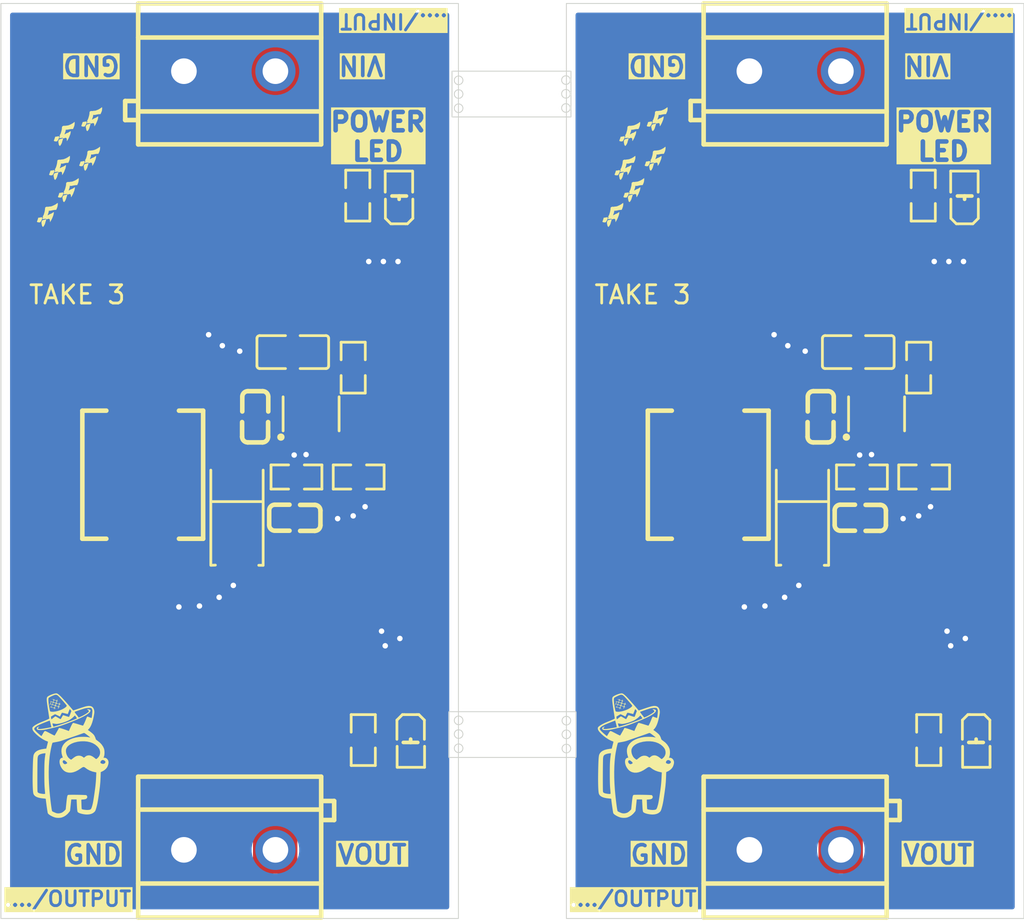
<source format=kicad_pcb>
(kicad_pcb (version 20241229) (generator "pcbnew") (generator_version "9.0")
  (layers (0 "F.Cu" signal) (2 "B.Cu" signal) (13 "F.Paste" user) (15 "B.Paste" user) (5 "F.SilkS" user "F.Silkscreen") (7 "B.SilkS" user "B.Silkscreen") (1 "F.Mask" user) (3 "B.Mask" user) (25 "Edge.Cuts" user))
  (net 0 "")
  (net 1 "/VIN")
  (net 2 "/GND")
  (net 3 "/VOUT")
  (net 4 "Net-(U1-BST)")
  (net 5 "Net-(D1-K)")
  (net 6 "Net-(LED1-A)")
  (net 7 "Net-(LED2-A)")
  (net 8 "Net-(U1-FB)")
  (net 9 "Net-(U1-EN)")
  (footprint "easyeda2kicad:C0603" (layer "F.Cu") (at 213.5 66.925 90)
    (property "Reference" "C3" (hide yes))
    (property "Value" "100nF/16V" (hide yes))
    (pad "1" smd rect (at -0.7 0 90) (size 0.8 0.9) (layers "F.Cu" "F.Mask" "F.Paste") (net 4 "Net-(U1-BST)"))
    (pad "2" smd rect (at 0.7 0 90) (size 0.8 0.9) (layers "F.Cu" "F.Mask" "F.Paste") (net 5 "Net-(D1-K)"))
  )
  (footprint "LOGO" (layer "F.Cu") (at 232.945334 83.847373)
    (property "Reference" "G***" (hide yes))
    (property "Value" "LOGO" (hide yes))
  )
  (footprint "easyeda2kicad:C0603" (layer "F.Cu") (at 244.4 66.925 90)
    (property "Reference" "C3" (hide yes))
    (property "Value" "100nF/16V" (hide yes))
    (pad "1" smd rect (at -0.7 0 90) (size 0.8 0.9) (layers "F.Cu" "F.Mask" "F.Paste") (net 4 "Net-(U1-BST)"))
    (pad "2" smd rect (at 0.7 0 90) (size 0.8 0.9) (layers "F.Cu" "F.Mask" "F.Paste") (net 5 "Net-(D1-K)"))
  )
  (footprint "LOGO" (layer "F.Cu") (at 202.045334 83.847373)
    (property "Reference" "G***" (hide yes))
    (property "Value" "LOGO" (hide yes))
  )
  (footprint "LOGO" (layer "F.Cu") (at 234.3 53.25 180)
    (property "Reference" "G***" (hide yes))
    (property "Value" "LOGO" (hide yes))
  )
  (footprint "easyeda2kicad:SMA_L4.3-W2.6-LS5.2-RD" (layer "F.Cu") (at 243.4 72.45 -90)
    (property "Reference" "D1" (hide yes))
    (property "Value" "SS34" (hide yes))
    (pad "1" smd rect (at -2.2 0 90) (size 2 2) (layers "F.Cu" "F.Mask" "F.Paste") (net 5 "Net-(D1-K)"))
    (pad "2" smd rect (at 2.2 0 90) (size 2 2) (layers "F.Cu" "F.Mask" "F.Paste") (net 2 "/GND"))
  )
  (footprint "easyeda2kicad:R0603" (layer "F.Cu") (at 250.05 70.225 180)
    (property "Reference" "R2" (hide yes))
    (property "Value" "RG" (hide yes))
    (pad "1" smd rect (at -0.75 0 180) (size 0.81 0.86) (layers "F.Cu" "F.Mask" "F.Paste") (net 2 "/GND"))
    (pad "2" smd rect (at 0.75 0 180) (size 0.81 0.86) (layers "F.Cu" "F.Mask" "F.Paste") (net 8 "Net-(U1-FB)"))
  )
  (footprint "LOGO" (layer "F.Cu") (at 203.4 53.25 180)
    (property "Reference" "G***" (hide yes))
    (property "Value" "LOGO" (hide yes))
  )
  (footprint "easyeda2kicad:IND-SMD_L7.0-W6.6_0630CDMCCDS" (layer "F.Cu") (at 238.25 70.1 90)
    (property "Reference" "L1" (hide yes))
    (property "Value" "10uH" (hide yes))
    (pad "1" smd rect (at -3.03 0 90) (size 2.35 3.5) (layers "F.Cu" "F.Mask" "F.Paste") (net 3 "/VOUT"))
    (pad "2" smd rect (at 3.03 0 90) (size 2.35 3.5) (layers "F.Cu" "F.Mask" "F.Paste") (net 5 "Net-(D1-K)"))
  )
  (footprint "easyeda2kicad:R0603" (layer "F.Cu") (at 246.65 70.225 180)
    (property "Reference" "R1" (hide yes))
    (property "Value" "RF" (hide yes))
    (pad "1" smd rect (at -0.75 0 180) (size 0.81 0.86) (layers "F.Cu" "F.Mask" "F.Paste") (net 8 "Net-(U1-FB)"))
    (pad "2" smd rect (at 0.75 0 180) (size 0.81 0.86) (layers "F.Cu" "F.Mask" "F.Paste") (net 3 "/VOUT"))
  )
  (footprint "easyeda2kicad:R0603" (layer "F.Cu") (at 218.85 64.25 -90)
    (property "Reference" "R3" (hide yes))
    (property "Value" "RF" (hide yes))
    (pad "1" smd rect (at -0.75 0 270) (size 0.81 0.86) (layers "F.Cu" "F.Mask" "F.Paste") (net 1 "/VIN"))
    (pad "2" smd rect (at 0.75 0 270) (size 0.81 0.86) (layers "F.Cu" "F.Mask" "F.Paste") (net 9 "Net-(U1-EN)"))
  )
  (footprint "easyeda2kicad:R0603" (layer "F.Cu") (at 250.3 84.6 90)
    (property "Reference" "R5" (hide yes))
    (property "Value" "1K" (hide yes))
    (pad "1" smd rect (at -0.75 0 90) (size 0.81 0.86) (layers "F.Cu" "F.Mask" "F.Paste") (net 7 "Net-(LED2-A)"))
    (pad "2" smd rect (at 0.75 0 90) (size 0.81 0.86) (layers "F.Cu" "F.Mask" "F.Paste") (net 3 "/VOUT"))
  )
  (footprint "easyeda2kicad:C0805" (layer "F.Cu") (at 246.45 63.4)
    (property "Reference" "C1" (hide yes))
    (property "Value" "10uF/50V" (hide yes))
    (pad "1" smd rect (at -1 0) (size 1.41 1.35) (layers "F.Cu" "F.Mask" "F.Paste") (net 2 "/GND"))
    (pad "2" smd rect (at 1 0) (size 1.41 1.35) (layers "F.Cu" "F.Mask" "F.Paste") (net 1 "/VIN"))
  )
  (footprint "easyeda2kicad:R0603" (layer "F.Cu") (at 219.15 70.225 180)
    (property "Reference" "R2" (hide yes))
    (property "Value" "RG" (hide yes))
    (pad "1" smd rect (at -0.75 0 180) (size 0.81 0.86) (layers "F.Cu" "F.Mask" "F.Paste") (net 2 "/GND"))
    (pad "2" smd rect (at 0.75 0 180) (size 0.81 0.86) (layers "F.Cu" "F.Mask" "F.Paste") (net 8 "Net-(U1-FB)"))
  )
  (footprint "easyeda2kicad:C0805" (layer "F.Cu") (at 215.55 63.4)
    (property "Reference" "C1" (hide yes))
    (property "Value" "10uF/50V" (hide yes))
    (pad "1" smd rect (at -1 0) (size 1.41 1.35) (layers "F.Cu" "F.Mask" "F.Paste") (net 2 "/GND"))
    (pad "2" smd rect (at 1 0) (size 1.41 1.35) (layers "F.Cu" "F.Mask" "F.Paste") (net 1 "/VIN"))
  )
  (footprint "easyeda2kicad:CONN-TH_P5.00_KF301-5.0-2P" (layer "F.Cu") (at 212.1 48.05 180)
    (property "Reference" "U2" (hide yes))
    (property "Value" "INPUT" (hide yes))
    (pad "1" thru_hole circle (at -2.5 0 180) (size 2.2 2.2) (drill 1.399997) (layers "*.Cu" "*.Mask") (net 1 "/VIN"))
    (pad "2" thru_hole circle (at 2.5 0 180) (size 2.2 2.2) (drill 1.399997) (layers "*.Cu" "*.Mask") (net 2 "/GND"))
  )
  (footprint "easyeda2kicad:R0603" (layer "F.Cu") (at 215.75 70.225 180)
    (property "Reference" "R1" (hide yes))
    (property "Value" "RF" (hide yes))
    (pad "1" smd rect (at -0.75 0 180) (size 0.81 0.86) (layers "F.Cu" "F.Mask" "F.Paste") (net 8 "Net-(U1-FB)"))
    (pad "2" smd rect (at 0.75 0 180) (size 0.81 0.86) (layers "F.Cu" "F.Mask" "F.Paste") (net 3 "/VOUT"))
  )
  (footprint "easyeda2kicad:SOT-23-6_L2.9-W1.7-P0.95-LS2.8-BL" (layer "F.Cu") (at 247.45 66.775)
    (property "Reference" "U1" (hide yes))
    (property "Value" "LGS5145" (hide yes))
    (pad "1" smd rect (at -0.95 1.15) (size 0.53 0.99) (layers "F.Cu" "F.Mask" "F.Paste") (net 4 "Net-(U1-BST)"))
    (pad "2" smd rect (at 0 1.15) (size 0.53 0.99) (layers "F.Cu" "F.Mask" "F.Paste") (net 2 "/GND"))
    (pad "3" smd rect (at 0.95 1.15) (size 0.53 0.99) (layers "F.Cu" "F.Mask" "F.Paste") (net 8 "Net-(U1-FB)"))
    (pad "4" smd rect (at 0.95 -1.15) (size 0.53 0.99) (layers "F.Cu" "F.Mask" "F.Paste") (net 9 "Net-(U1-EN)"))
    (pad "5" smd rect (at 0 -1.15) (size 0.53 0.99) (layers "F.Cu" "F.Mask" "F.Paste") (net 1 "/VIN"))
    (pad "6" smd rect (at -0.95 -1.15) (size 0.53 0.99) (layers "F.Cu" "F.Mask" "F.Paste") (net 5 "Net-(D1-K)"))
  )
  (footprint "easyeda2kicad:R0603" (layer "F.Cu") (at 219.4 84.6 90)
    (property "Reference" "R5" (hide yes))
    (property "Value" "1K" (hide yes))
    (pad "1" smd rect (at -0.75 0 90) (size 0.81 0.86) (layers "F.Cu" "F.Mask" "F.Paste") (net 7 "Net-(LED2-A)"))
    (pad "2" smd rect (at 0.75 0 90) (size 0.81 0.86) (layers "F.Cu" "F.Mask" "F.Paste") (net 3 "/VOUT"))
  )
  (footprint "easyeda2kicad:LED0603-R-RD" (layer "F.Cu") (at 252.25 54.95 90)
    (property "Reference" "LED1" (hide yes))
    (property "Value" "VIN LED" (hide yes))
    (pad "1" smd rect (at 0.85 0 180) (size 0.8 0.8) (layers "F.Cu" "F.Mask" "F.Paste") (net 6 "Net-(LED1-A)"))
    (pad "2" smd rect (at -0.85 0 180) (size 0.8 0.8) (layers "F.Cu" "F.Mask" "F.Paste") (net 2 "/GND"))
  )
  (footprint "easyeda2kicad:CONN-TH_P5.00_KF301-5.0-2P" (layer "F.Cu") (at 243 90.6)
    (property "Reference" "U3" (hide yes))
    (property "Value" "OUTPUT" (hide yes))
    (pad "1" thru_hole circle (at -2.5 0) (size 2.2 2.2) (drill 1.399997) (layers "*.Cu" "*.Mask") (net 2 "/GND"))
    (pad "2" thru_hole circle (at 2.5 0) (size 2.2 2.2) (drill 1.399997) (layers "*.Cu" "*.Mask") (net 3 "/VOUT"))
  )
  (footprint "easyeda2kicad:SOT-23-6_L2.9-W1.7-P0.95-LS2.8-BL" (layer "F.Cu") (at 216.55 66.775)
    (property "Reference" "U1" (hide yes))
    (property "Value" "LGS5145" (hide yes))
    (pad "1" smd rect (at -0.95 1.15) (size 0.53 0.99) (layers "F.Cu" "F.Mask" "F.Paste") (net 4 "Net-(U1-BST)"))
    (pad "2" smd rect (at 0 1.15) (size 0.53 0.99) (layers "F.Cu" "F.Mask" "F.Paste") (net 2 "/GND"))
    (pad "3" smd rect (at 0.95 1.15) (size 0.53 0.99) (layers "F.Cu" "F.Mask" "F.Paste") (net 8 "Net-(U1-FB)"))
    (pad "4" smd rect (at 0.95 -1.15) (size 0.53 0.99) (layers "F.Cu" "F.Mask" "F.Paste") (net 9 "Net-(U1-EN)"))
    (pad "5" smd rect (at 0 -1.15) (size 0.53 0.99) (layers "F.Cu" "F.Mask" "F.Paste") (net 1 "/VIN"))
    (pad "6" smd rect (at -0.95 -1.15) (size 0.53 0.99) (layers "F.Cu" "F.Mask" "F.Paste") (net 5 "Net-(D1-K)"))
  )
  (footprint "easyeda2kicad:CONN-TH_P5.00_KF301-5.0-2P" (layer "F.Cu") (at 212.1 90.6)
    (property "Reference" "U3" (hide yes))
    (property "Value" "OUTPUT" (hide yes))
    (pad "1" thru_hole circle (at -2.5 0) (size 2.2 2.2) (drill 1.399997) (layers "*.Cu" "*.Mask") (net 2 "/GND"))
    (pad "2" thru_hole circle (at 2.5 0) (size 2.2 2.2) (drill 1.399997) (layers "*.Cu" "*.Mask") (net 3 "/VOUT"))
  )
  (footprint "easyeda2kicad:IND-SMD_L7.0-W6.6_0630CDMCCDS" (layer "F.Cu") (at 207.35 70.1 90)
    (property "Reference" "L1" (hide yes))
    (property "Value" "10uH" (hide yes))
    (pad "1" smd rect (at -3.03 0 90) (size 2.35 3.5) (layers "F.Cu" "F.Mask" "F.Paste") (net 3 "/VOUT"))
    (pad "2" smd rect (at 3.03 0 90) (size 2.35 3.5) (layers "F.Cu" "F.Mask" "F.Paste") (net 5 "Net-(D1-K)"))
  )
  (footprint "easyeda2kicad:LED0603-R-RD" (layer "F.Cu") (at 221.35 54.95 90)
    (property "Reference" "LED1" (hide yes))
    (property "Value" "VIN LED" (hide yes))
    (pad "1" smd rect (at 0.85 0 180) (size 0.8 0.8) (layers "F.Cu" "F.Mask" "F.Paste") (net 6 "Net-(LED1-A)"))
    (pad "2" smd rect (at -0.85 0 180) (size 0.8 0.8) (layers "F.Cu" "F.Mask" "F.Paste") (net 2 "/GND"))
  )
  (footprint "easyeda2kicad:LED0603-R-RD" (layer "F.Cu") (at 222 84.65 -90)
    (property "Reference" "LED2" (hide yes))
    (property "Value" "VIN LED" (hide yes))
    (pad "1" smd rect (at 0.85 0) (size 0.8 0.8) (layers "F.Cu" "F.Mask" "F.Paste") (net 7 "Net-(LED2-A)"))
    (pad "2" smd rect (at -0.85 0) (size 0.8 0.8) (layers "F.Cu" "F.Mask" "F.Paste") (net 2 "/GND"))
  )
  (footprint "easyeda2kicad:R0603" (layer "F.Cu") (at 219.1 54.85 -90)
    (property "Reference" "R4" (hide yes))
    (property "Value" "60K" (hide yes))
    (pad "1" smd rect (at -0.75 0 270) (size 0.81 0.86) (layers "F.Cu" "F.Mask" "F.Paste") (net 6 "Net-(LED1-A)"))
    (pad "2" smd rect (at 0.75 0 270) (size 0.81 0.86) (layers "F.Cu" "F.Mask" "F.Paste") (net 1 "/VIN"))
  )
  (footprint "easyeda2kicad:C0603" (layer "F.Cu") (at 246.55 72.45 180)
    (property "Reference" "C2" (hide yes))
    (property "Value" "10uF/10V" (hide yes))
    (pad "1" smd rect (at -0.7 0 180) (size 0.8 0.9) (layers "F.Cu" "F.Mask" "F.Paste") (net 2 "/GND"))
    (pad "2" smd rect (at 0.7 0 180) (size 0.8 0.9) (layers "F.Cu" "F.Mask" "F.Paste") (net 3 "/VOUT"))
  )
  (footprint "easyeda2kicad:C0603" (layer "F.Cu") (at 215.65 72.45 180)
    (property "Reference" "C2" (hide yes))
    (property "Value" "10uF/10V" (hide yes))
    (pad "1" smd rect (at -0.7 0 180) (size 0.8 0.9) (layers "F.Cu" "F.Mask" "F.Paste") (net 2 "/GND"))
    (pad "2" smd rect (at 0.7 0 180) (size 0.8 0.9) (layers "F.Cu" "F.Mask" "F.Paste") (net 3 "/VOUT"))
  )
  (footprint "easyeda2kicad:R0603" (layer "F.Cu") (at 250 54.85 -90)
    (property "Reference" "R4" (hide yes))
    (property "Value" "60K" (hide yes))
    (pad "1" smd rect (at -0.75 0 270) (size 0.81 0.86) (layers "F.Cu" "F.Mask" "F.Paste") (net 6 "Net-(LED1-A)"))
    (pad "2" smd rect (at 0.75 0 270) (size 0.81 0.86) (layers "F.Cu" "F.Mask" "F.Paste") (net 1 "/VIN"))
  )
  (footprint "easyeda2kicad:LED0603-R-RD" (layer "F.Cu") (at 252.9 84.65 -90)
    (property "Reference" "LED2" (hide yes))
    (property "Value" "VIN LED" (hide yes))
    (pad "1" smd rect (at 0.85 0) (size 0.8 0.8) (layers "F.Cu" "F.Mask" "F.Paste") (net 7 "Net-(LED2-A)"))
    (pad "2" smd rect (at -0.85 0) (size 0.8 0.8) (layers "F.Cu" "F.Mask" "F.Paste") (net 2 "/GND"))
  )
  (footprint "easyeda2kicad:SMA_L4.3-W2.6-LS5.2-RD" (layer "F.Cu") (at 212.5 72.45 -90)
    (property "Reference" "D1" (hide yes))
    (property "Value" "SS34" (hide yes))
    (pad "1" smd rect (at -2.2 0 90) (size 2 2) (layers "F.Cu" "F.Mask" "F.Paste") (net 5 "Net-(D1-K)"))
    (pad "2" smd rect (at 2.2 0 90) (size 2 2) (layers "F.Cu" "F.Mask" "F.Paste") (net 2 "/GND"))
  )
  (footprint "easyeda2kicad:R0603" (layer "F.Cu") (at 249.75 64.25 -90)
    (property "Reference" "R3" (hide yes))
    (property "Value" "RF" (hide yes))
    (pad "1" smd rect (at -0.75 0 270) (size 0.81 0.86) (layers "F.Cu" "F.Mask" "F.Paste") (net 1 "/VIN"))
    (pad "2" smd rect (at 0.75 0 270) (size 0.81 0.86) (layers "F.Cu" "F.Mask" "F.Paste") (net 9 "Net-(U1-EN)"))
  )
  (footprint "easyeda2kicad:CONN-TH_P5.00_KF301-5.0-2P" (layer "F.Cu") (at 243 48.05 180)
    (property "Reference" "U2" (hide yes))
    (property "Value" "INPUT" (hide yes))
    (pad "1" thru_hole circle (at -2.5 0 180) (size 2.2 2.2) (drill 1.399997) (layers "*.Cu" "*.Mask") (net 1 "/VIN"))
    (pad "2" thru_hole circle (at 2.5 0 180) (size 2.2 2.2) (drill 1.399997) (layers "*.Cu" "*.Mask") (net 2 "/GND"))
  )
  (gr_circle (center 224.61085 48.55) (end 224.73585 48.35) (stroke (width 0.05)) (fill no) (layer "Edge.Cuts"))
  (gr_circle (center 224.61085 49.3) (end 224.73585 49.1) (stroke (width 0.05)) (fill no) (layer "Edge.Cuts"))
  (gr_circle (center 230.5 83.53915) (end 230.625 83.33915) (stroke (width 0.05)) (fill no) (layer "Edge.Cuts"))
  (gr_circle (center 224.61085 83.525) (end 224.73585 83.325) (stroke (width 0.05)) (fill no) (layer "Edge.Cuts"))
  (gr_circle (center 230.5 84.28915) (end 230.625 84.08915) (stroke (width 0.05)) (fill no) (layer "Edge.Cuts"))
  (gr_circle (center 230.475 48.53585) (end 230.6 48.33585) (stroke (width 0.05)) (fill no) (layer "Edge.Cuts"))
  (gr_rect (start 224.075 83.05) (end 231.025 85.55) (stroke (width 0.05)) (fill no) (layer "Edge.Cuts"))
  (gr_circle (center 224.61085 50.075) (end 224.73585 49.875) (stroke (width 0.05)) (fill no) (layer "Edge.Cuts"))
  (gr_circle (center 230.5 85.06415) (end 230.625 84.86415) (stroke (width 0.05)) (fill no) (layer "Edge.Cuts"))
  (gr_rect (start 199.6 44.35) (end 224.6 94.35) (stroke (width 0.05)) (fill no) (layer "Edge.Cuts"))
  (gr_circle (center 230.475 49.28585) (end 230.6 49.08585) (stroke (width 0.05)) (fill no) (layer "Edge.Cuts"))
  (gr_circle (center 224.61085 85.05) (end 224.73585 84.85) (stroke (width 0.05)) (fill no) (layer "Edge.Cuts"))
  (gr_rect (start 230.5 44.35) (end 255.5 94.35) (stroke (width 0.05)) (fill no) (layer "Edge.Cuts"))
  (gr_rect (start 224.25 48.05) (end 230.75 50.55) (stroke (width 0.05)) (fill no) (layer "Edge.Cuts"))
  (gr_circle (center 230.475 50.06085) (end 230.6 49.86085) (stroke (width 0.05)) (fill no) (layer "Edge.Cuts"))
  (gr_circle (center 224.61085 84.275) (end 224.73585 84.075) (stroke (width 0.05)) (fill no) (layer "Edge.Cuts"))
  (gr_text "TAKE 3" (at 201.05 60.85 0) (layer "F.SilkS") (effects (font (size 1 1)) (justify left bottom)))
  (gr_text "VOUT\n" (at 248.8 91.45 0) (layer "F.SilkS" knockout) (effects (font (size 1 1) (thickness 0.2) (bold yes)) (justify left bottom)))
  (gr_text "..../INPUT" (at 255 44.85 180) (layer "F.SilkS" knockout) (effects (font (size 0.8 0.8) (thickness 0.16) (bold yes)) (justify left bottom)))
  (gr_text "GND\n" (at 233.9 91.45 0) (layer "F.SilkS" knockout) (effects (font (size 1 1) (thickness 0.2) (bold yes)) (justify left bottom)))
  (gr_text "GND" (at 237.1 47.15 180) (layer "F.SilkS" knockout) (effects (font (size 1 1) (thickness 0.2) (bold yes)) (justify left bottom)))
  (gr_text "TAKE 3\n" (at 231.95 60.85 0) (layer "F.SilkS") (effects (font (size 1 1)) (justify left bottom)))
  (gr_text "POWER\nLED" (at 251.1 53.025 0) (layer "F.SilkS" knockout) (effects (font (size 1 1) (thickness 0.25) (bold yes)) (justify bottom)))
  (gr_text "VIN" (at 251.5 47.15 180) (layer "F.SilkS" knockout) (effects (font (size 1 1) (thickness 0.2) (bold yes)) (justify left bottom)))
  (gr_text "GND\n" (at 203 91.45 0) (layer "F.SilkS" knockout) (effects (font (size 1 1) (thickness 0.2) (bold yes)) (justify left bottom)))
  (gr_text "VIN" (at 220.6 47.15 180) (layer "F.SilkS" knockout) (effects (font (size 1 1) (thickness 0.2) (bold yes)) (justify left bottom)))
  (gr_text "VOUT\n" (at 217.9 91.45 0) (layer "F.SilkS" knockout) (effects (font (size 1 1) (thickness 0.2) (bold yes)) (justify left bottom)))
  (gr_text "..../OUTPUT" (at 199.7 93.75 0) (layer "F.SilkS" knockout) (effects (font (size 0.8 0.8) (thickness 0.16) (bold yes)) (justify left bottom)))
  (gr_text "POWER\nLED" (at 220.2 53.025 0) (layer "F.SilkS" knockout) (effects (font (size 1 1) (thickness 0.25) (bold yes)) (justify bottom)))
  (gr_text "..../OUTPUT" (at 230.6 93.75 0) (layer "F.SilkS" knockout) (effects (font (size 0.8 0.8) (thickness 0.16) (bold yes)) (justify left bottom)))
  (gr_text "..../INPUT" (at 224.1 44.85 180) (layer "F.SilkS" knockout) (effects (font (size 0.8 0.8) (thickness 0.16) (bold yes)) (justify left bottom)))
  (gr_text "GND" (at 206.2 47.15 180) (layer "F.SilkS" knockout) (effects (font (size 1 1) (thickness 0.2) (bold yes)) (justify left bottom)))
  (segment (start 217.85 55.6) (end 214.6 52.35) (width 0.4) (layer "F.Cu") (net 1))
  (segment (start 250 55.6) (end 248.75 55.6) (width 0.4) (layer "F.Cu") (net 1))
  (segment (start 245.5 52.35) (end 245.5 48.05) (width 0.4) (layer "F.Cu") (net 1))
  (segment (start 214.6 52.35) (end 214.6 48.05) (width 0.4) (layer "F.Cu") (net 1))
  (segment (start 248.75 55.6) (end 245.5 52.35) (width 0.4) (layer "F.Cu") (net 1))
  (segment (start 219.1 55.6) (end 217.85 55.6) (width 0.4) (layer "F.Cu") (net 1))
  (via (at 221.3 58.45) (size 0.6) (drill 0.3) (layers "F.Cu" "B.Cu") (net 2))
  (via (at 209.325 77.325) (size 0.6) (drill 0.3) (layers "F.Cu" "B.Cu") (net 2))
  (via (at 251.5 79.45) (size 0.6) (drill 0.3) (layers "F.Cu" "B.Cu") (net 2))
  (via (at 218 72.5) (size 0.6) (drill 0.3) (layers "F.Cu" "B.Cu") (net 2))
  (via (at 219.7 58.45) (size 0.6) (drill 0.3) (layers "F.Cu" "B.Cu") (net 2))
  (via (at 251.4 58.45) (size 0.6) (drill 0.3) (layers "F.Cu" "B.Cu") (net 2))
  (via (at 246.525 69.025) (size 0.6) (drill 0.3) (layers "F.Cu" "B.Cu") (net 2))
  (via (at 218.85 72.35) (size 0.6) (drill 0.3) (layers "F.Cu" "B.Cu") (net 2))
  (via (at 220.5 58.45) (size 0.6) (drill 0.3) (layers "F.Cu" "B.Cu") (net 2))
  (via (at 211.7 63.05) (size 0.6) (drill 0.3) (layers "F.Cu" "B.Cu") (net 2))
  (via (at 221.4 79.05) (size 0.6) (drill 0.3) (layers "F.Cu" "B.Cu") (net 2))
  (via (at 216.275 69) (size 0.6) (drill 0.3) (layers "F.Cu" "B.Cu") (net 2))
  (via (at 240.225 77.325) (size 0.6) (drill 0.3) (layers "F.Cu" "B.Cu") (net 2))
  (via (at 241.85 62.45) (size 0.6) (drill 0.3) (layers "F.Cu" "B.Cu") (net 2))
  (via (at 219.5 71.85) (size 0.6) (drill 0.3) (layers "F.Cu" "B.Cu") (net 2))
  (via (at 220.4 78.65) (size 0.6) (drill 0.3) (layers "F.Cu" "B.Cu") (net 2))
  (via (at 241.35 77.275) (size 0.6) (drill 0.3) (layers "F.Cu" "B.Cu") (net 2))
  (via (at 211.525 76.8) (size 0.6) (drill 0.3) (layers "F.Cu" "B.Cu") (net 2))
  (via (at 210.95 62.45) (size 0.6) (drill 0.3) (layers "F.Cu" "B.Cu") (net 2))
  (via (at 210.45 77.275) (size 0.6) (drill 0.3) (layers "F.Cu" "B.Cu") (net 2))
  (via (at 249.75 72.35) (size 0.6) (drill 0.3) (layers "F.Cu" "B.Cu") (net 2))
  (via (at 215.625 69.025) (size 0.6) (drill 0.3) (layers "F.Cu" "B.Cu") (net 2))
  (via (at 250.4 71.85) (size 0.6) (drill 0.3) (layers "F.Cu" "B.Cu") (net 2))
  (via (at 252.2 58.45) (size 0.6) (drill 0.3) (layers "F.Cu" "B.Cu") (net 2))
  (via (at 251.3 78.65) (size 0.6) (drill 0.3) (layers "F.Cu" "B.Cu") (net 2))
  (via (at 242.425 76.8) (size 0.6) (drill 0.3) (layers "F.Cu" "B.Cu") (net 2))
  (via (at 242.6 63.05) (size 0.6) (drill 0.3) (layers "F.Cu" "B.Cu") (net 2))
  (via (at 220.6 79.45) (size 0.6) (drill 0.3) (layers "F.Cu" "B.Cu") (net 2))
  (via (at 212.3 76.15) (size 0.6) (drill 0.3) (layers "F.Cu" "B.Cu") (net 2))
  (via (at 247.175 69) (size 0.6) (drill 0.3) (layers "F.Cu" "B.Cu") (net 2))
  (via (at 243.2 76.15) (size 0.6) (drill 0.3) (layers "F.Cu" "B.Cu") (net 2))
  (via (at 252.3 79.05) (size 0.6) (drill 0.3) (layers "F.Cu" "B.Cu") (net 2))
  (via (at 212.65 63.35) (size 0.6) (drill 0.3) (layers "F.Cu" "B.Cu") (net 2))
  (via (at 248.9 72.5) (size 0.6) (drill 0.3) (layers "F.Cu" "B.Cu") (net 2))
  (via (at 243.55 63.35) (size 0.6) (drill 0.3) (layers "F.Cu" "B.Cu") (net 2))
  (via (at 250.6 58.45) (size 0.6) (drill 0.3) (layers "F.Cu" "B.Cu") (net 2))
  (segment (start 250.3 83.85) (end 248.9 83.85) (width 0.4) (layer "F.Cu") (net 3))
  (segment (start 214.55 87.3) (end 214.55 90.6) (width 0.4) (layer "F.Cu") (net 3))
  (segment (start 248.9 83.85) (end 245.45 87.3) (width 0.4) (layer "F.Cu") (net 3))
  (segment (start 219.4 83.85) (end 218 83.85) (width 0.4) (layer "F.Cu") (net 3))
  (segment (start 218 83.85) (end 214.55 87.3) (width 0.4) (layer "F.Cu") (net 3))
  (segment (start 245.45 87.3) (end 245.45 90.6) (width 0.4) (layer "F.Cu") (net 3))
  (segment (start 250 54.1) (end 252.25 54.1) (width 0.4) (layer "F.Cu") (net 6))
  (segment (start 219.1 54.1) (end 221.35 54.1) (width 0.4) (layer "F.Cu") (net 6))
  (segment (start 221.85 85.35) (end 222 85.5) (width 0.2) (layer "F.Cu") (net 7))
  (segment (start 252.75 85.35) (end 252.9 85.5) (width 0.2) (layer "F.Cu") (net 7))
  (segment (start 250.3 85.35) (end 252.75 85.35) (width 0.4) (layer "F.Cu") (net 7))
  (segment (start 219.4 85.35) (end 221.85 85.35) (width 0.4) (layer "F.Cu") (net 7))
  (zone (net 3) (net_name "/VOUT") (layer "F.Cu") (priority 4) (connect_pads yes (clearance 0.2)) (min_thickness 0.25) (fill yes (thermal_gap 0.5) (thermal_bridge_width 0.5))
    (polygon (pts (xy 215.45 73.25) (xy 210.3875 73.25) (xy 209.2 74.4) (xy 205.4 74.4) (xy 205.4 71.85) (xy 215.45 71.85)))
  )
  (zone (net 8) (net_name "Net-(U1-FB)") (layer "F.Cu") (priority 3) (connect_pads yes (clearance 0.2)) (min_thickness 0.25) (fill yes (thermal_gap 0.5) (thermal_bridge_width 0.5))
    (polygon (pts (xy 218.825 69.75) (xy 218.825 70.725) (xy 216.05 70.725) (xy 216.05 69.725) (xy 217.15 69.725) (xy 217.15 67.325) (xy 217.85 67.325) (xy 217.85 69.75)))
  )
  (zone (net 1) (net_name "/VIN") (layer "F.Cu") (connect_pads yes (clearance 0.2)) (min_thickness 0.25) (fill yes (thermal_gap 0.5) (thermal_bridge_width 0.5))
    (polygon (pts (xy 216.25 66.1) (xy 216.85 66.1) (xy 216.85 64.575) (xy 217.325 64.1) (xy 217.35 64.1) (xy 217.35 62.7) (xy 215.75 62.7) (xy 215.75 64.1) (xy 215.775 64.1) (xy 216.25 64.575)))
  )
  (zone (net 1) (net_name "/VIN") (layer "F.Cu") (priority 1) (connect_pads yes (clearance 0.2)) (min_thickness 0.25) (fill yes (thermal_gap 0.5) (thermal_bridge_width 0.5))
    (polygon (pts (xy 250.2 63.1) (xy 250.2 63.9) (xy 248.225 64.1) (xy 248.25 62.7)))
  )
  (zone (net 3) (net_name "/VOUT") (layer "F.Cu") (priority 12) (connect_pads yes (clearance 0.2)) (min_thickness 0.25) (fill yes (thermal_gap 0.5) (thermal_bridge_width 0.5))
    (polygon (pts (xy 246.708321 76.147595) (xy 246.402289 75.85) (xy 245.272139 75.85) (xy 245.030503 76.007487) (xy 244.275 77.719531) (xy 244.275 91.9) (xy 246.700231 91.9)))
  )
  (zone (net 1) (net_name "/VIN") (layer "F.Cu") (priority 1) (connect_pads yes (clearance 0.2)) (min_thickness 0.25) (fill yes (thermal_gap 0.5) (thermal_bridge_width 0.5))
    (polygon (pts (xy 219.3 63.1) (xy 219.3 63.9) (xy 217.325 64.1) (xy 217.35 62.7)))
  )
  (zone (net 3) (net_name "/VOUT") (layer "F.Cu") (priority 5) (connect_pads yes (clearance 0.2)) (min_thickness 0.25) (fill yes (thermal_gap 0.5) (thermal_bridge_width 0.5))
    (polygon (pts (xy 246.35 76) (xy 245.275 76) (xy 245.275 69.725) (xy 246.35 69.725)))
  )
  (zone (net 2) (net_name "/GND") (layer "F.Cu") (priority 16) (connect_pads yes (clearance 0.2)) (min_thickness 0.25) (fill yes (thermal_gap 0.5) (thermal_bridge_width 0.5))
    (polygon (pts (xy 250.2 70.25) (xy 250.2 70.8875) (xy 249.3875 71.7) (xy 246.65 71.7) (xy 246.65 73.35) (xy 249.85 73.35) (xy 251.45 71.75) (xy 251.45 69.75) (xy 250.2 69.75)))
  )
  (zone (net 3) (net_name "/VOUT") (layer "F.Cu") (priority 12) (connect_pads yes (clearance 0.2)) (min_thickness 0.25) (fill yes (thermal_gap 0.5) (thermal_bridge_width 0.5))
    (polygon (pts (xy 215.808321 76.147595) (xy 215.502289 75.85) (xy 214.372139 75.85) (xy 214.130503 76.007487) (xy 213.375 77.719531) (xy 213.375 91.9) (xy 215.800231 91.9)))
  )
  (zone (net 4) (net_name "Net-(U1-BST)") (layer "F.Cu") (priority 6) (connect_pads yes (clearance 0.2)) (min_thickness 0.25) (fill yes (thermal_gap 0.5) (thermal_bridge_width 0.5))
    (polygon (pts (xy 246.775 67.4) (xy 246.775 68.45) (xy 243.75 68.45) (xy 243.75 67.075) (xy 245.85 67.075) (xy 245.85625 67.075) (xy 246.18125 67.4)))
  )
  (zone (net 2) (net_name "/GND") (layer "F.Cu") (priority 9) (connect_pads yes (clearance 0.2)) (min_thickness 0.25) (fill yes (thermal_gap 0.5) (thermal_bridge_width 0.5))
    (polygon (pts (xy 216.875 67.425) (xy 216.875 68.9125) (xy 216.4375 69.35) (xy 215.3375 69.35) (xy 215.125 69.1375) (xy 215.125 68.946875) (xy 215.371875 68.7) (xy 215.90625 68.7) (xy 216.2 68.40625) (xy 216.2 67.425)))
  )
  (zone (net 5) (net_name "Net-(D1-K)") (layer "F.Cu") (priority 7) (connect_pads yes (clearance 0.2)) (min_thickness 0.25) (fill yes (thermal_gap 0.5) (thermal_bridge_width 0.5))
    (polygon (pts (xy 205.1 68.1) (xy 210.325 68.1) (xy 211.6 69.2) (xy 211.6 69.2) (xy 213.5 69.2) (xy 213.5 71.2) (xy 207.4 71.2) (xy 205.1 68.9)))
  )
  (zone (net 5) (net_name "Net-(D1-K)") (layer "F.Cu") (priority 2) (connect_pads yes (clearance 0.2)) (min_thickness 0.25) (fill yes (thermal_gap 0.5) (thermal_bridge_width 0.5))
    (polygon (pts (xy 215.9 65.175) (xy 215.9 66.275) (xy 214.675 66.275) (xy 214.15 66.775) (xy 213.225 66.775) (xy 212.93125 66.775) (xy 212.25 67.45625) (xy 210.6 68.95) (xy 205.1 68.95) (xy 205.1 65.851565) (xy 205.797657 65.15527)))
  )
  (zone (net 9) (net_name "Net-(U1-EN)") (layer "F.Cu") (priority 15) (connect_pads yes (clearance 0.2)) (min_thickness 0.25) (fill yes (thermal_gap 0.5) (thermal_bridge_width 0.5))
    (polygon (pts (xy 248.1 66.15) (xy 250 66.15) (xy 250.6 65.55) (xy 250.6 64.55) (xy 248.65 64.55) (xy 248.1 65.1)))
  )
  (zone (net 1) (net_name "/VIN") (layer "F.Cu") (priority 10) (connect_pads yes (clearance 0.2)) (min_thickness 0.25) (fill yes (thermal_gap 0.5) (thermal_bridge_width 0.5))
    (polygon (pts (xy 213.15 46.65) (xy 216.05 46.65) (xy 216.05 58.340811) (xy 217.5 60.02314) (xy 217.5 64.45) (xy 215.65 64.45) (xy 215.65 62.351138) (xy 213.15 59.936367)))
  )
  (zone (net 2) (net_name "/GND") (layer "F.Cu") (priority 9) (connect_pads yes (clearance 0.2)) (min_thickness 0.25) (fill yes (thermal_gap 0.5) (thermal_bridge_width 0.5))
    (polygon (pts (xy 247.775 67.425) (xy 247.775 68.9125) (xy 247.3375 69.35) (xy 246.2375 69.35) (xy 246.025 69.1375) (xy 246.025 68.946875) (xy 246.271875 68.7) (xy 246.80625 68.7) (xy 247.1 68.40625) (xy 247.1 67.425)))
  )
  (zone (net 5) (net_name "Net-(D1-K)") (layer "F.Cu") (priority 7) (connect_pads yes (clearance 0.2)) (min_thickness 0.25) (fill yes (thermal_gap 0.5) (thermal_bridge_width 0.5))
    (polygon (pts (xy 236 68.1) (xy 241.225 68.1) (xy 242.5 69.2) (xy 244.4 69.2) (xy 244.4 71.2) (xy 238.3 71.2) (xy 236 68.9)))
  )
  (zone (net 4) (net_name "Net-(U1-BST)") (layer "F.Cu") (priority 6) (connect_pads yes (clearance 0.2)) (min_thickness 0.25) (fill yes (thermal_gap 0.5) (thermal_bridge_width 0.5))
    (polygon (pts (xy 215.875 67.4) (xy 215.875 68.45) (xy 212.85 68.45) (xy 212.85 67.075) (xy 214.95 67.075) (xy 214.95625 67.075) (xy 215.28125 67.4)))
  )
  (zone (net 2) (net_name "/GND") (layer "F.Cu") (priority 11) (connect_pads yes (clearance 0.2)) (min_thickness 0.25) (fill yes (thermal_gap 0.5) (thermal_bridge_width 0.5))
    (polygon (pts (xy 211.682926 61.7) (xy 211.689452 61.714864) (xy 213.12116 62.666209) (xy 215.25 62.7) (xy 215.25 64.1) (xy 211.275 64.1) (xy 210.1 62.925) (xy 210.1 61.7)))
  )
  (zone (net 2) (net_name "/GND") (layer "F.Cu") (priority 11) (connect_pads yes (clearance 0.2)) (min_thickness 0.25) (fill yes (thermal_gap 0.5) (thermal_bridge_width 0.5))
    (polygon (pts (xy 242.582926 61.7) (xy 242.589452 61.714864) (xy 244.02116 62.666209) (xy 246.15 62.7) (xy 246.15 64.1) (xy 242.175 64.1) (xy 241 62.925) (xy 241 61.7)))
  )
  (zone (net 3) (net_name "/VOUT") (layer "F.Cu") (priority 5) (connect_pads yes (clearance 0.2)) (min_thickness 0.25) (fill yes (thermal_gap 0.5) (thermal_bridge_width 0.5))
    (polygon (pts (xy 215.45 76) (xy 214.375 76) (xy 214.375 69.725) (xy 215.45 69.725)))
  )
  (zone (net 9) (net_name "Net-(U1-EN)") (layer "F.Cu") (priority 15) (connect_pads yes (clearance 0.2)) (min_thickness 0.25) (fill yes (thermal_gap 0.5) (thermal_bridge_width 0.5))
    (polygon (pts (xy 217.2 66.15) (xy 219.1 66.15) (xy 219.7 65.55) (xy 219.7 64.55) (xy 217.75 64.55) (xy 217.2 65.1)))
  )
  (zone (net 1) (net_name "/VIN") (layer "F.Cu") (priority 10) (connect_pads yes (clearance 0.2)) (min_thickness 0.25) (fill yes (thermal_gap 0.5) (thermal_bridge_width 0.5))
    (polygon (pts (xy 244.05 46.65) (xy 246.95 46.65) (xy 246.95 58.340811) (xy 248.4 60.02314) (xy 248.4 64.45) (xy 246.55 64.45) (xy 246.55 62.351138) (xy 244.05 59.936367)))
  )
  (zone (net 2) (net_name "/GND") (layer "F.Cu") (priority 13) (connect_pads yes (clearance 0.2)) (min_thickness 0.25) (fill yes (thermal_gap 0.5) (thermal_bridge_width 0.5))
    (polygon (pts (xy 251.8 55.35) (xy 252.8 55.35) (xy 252.8 58.375) (xy 252.125 59.05) (xy 250.1 59.05) (xy 250.1 57.925) (xy 251.8 56.225)))
  )
  (zone (net 2) (net_name "/GND") (layer "F.Cu") (priority 17) (connect_pads yes (clearance 0.2)) (min_thickness 0.25) (fill yes (thermal_gap 0.5) (thermal_bridge_width 0.5) (island_removal_mode 1) (island_area_min 10))
    (polygon (pts (xy 242.3 73.6) (xy 244.5 73.6) (xy 244.5 75.75) (xy 244.279943 76.166536) (xy 243.05 77.9) (xy 239.3 77.9) (xy 239.3 76.6) (xy 241.35 76.6) (xy 242.3 75.204542)))
  )
  (zone (net 5) (net_name "Net-(D1-K)") (layer "F.Cu") (priority 2) (connect_pads yes (clearance 0.2)) (min_thickness 0.25) (fill yes (thermal_gap 0.5) (thermal_bridge_width 0.5))
    (polygon (pts (xy 246.8 65.175) (xy 246.8 66.275) (xy 245.575 66.275) (xy 245.05 66.775) (xy 244.125 66.775) (xy 243.83125 66.775) (xy 243.15 67.45625) (xy 241.5 68.95) (xy 236 68.95) (xy 236 65.851565) (xy 236.697657 65.15527)))
  )
  (zone (net 1) (net_name "/VIN") (layer "F.Cu") (connect_pads yes (clearance 0.2)) (min_thickness 0.25) (fill yes (thermal_gap 0.5) (thermal_bridge_width 0.5))
    (polygon (pts (xy 247.15 66.1) (xy 247.75 66.1) (xy 247.75 64.575) (xy 248.225 64.1) (xy 248.25 64.1) (xy 248.25 62.7) (xy 246.65 62.7) (xy 246.65 64.1) (xy 246.675 64.1) (xy 247.15 64.575)))
  )
  (zone (net 2) (net_name "/GND") (layer "F.Cu") (priority 14) (connect_pads yes (clearance 0.2)) (min_thickness 0.25) (fill yes (thermal_gap 0.5) (thermal_bridge_width 0.5))
    (polygon (pts (xy 223.02561 84.15) (xy 221.05 84.15) (xy 221.05 80.684167) (xy 220.099999 79.749999) (xy 219.9 79.55) (xy 219.9 78.15) (xy 221.206708 78.15) (xy 222.233384 79.176676) (xy 223.02561 80.65)))
  )
  (zone (net 2) (net_name "/GND") (layer "F.Cu") (priority 14) (connect_pads yes (clearance 0.2)) (min_thickness 0.25) (fill yes (thermal_gap 0.5) (thermal_bridge_width 0.5))
    (polygon (pts (xy 253.92561 84.15) (xy 251.95 84.15) (xy 251.95 80.684167) (xy 250.999999 79.749999) (xy 250.8 79.55) (xy 250.8 78.15) (xy 252.106708 78.15) (xy 253.133384 79.176676) (xy 253.92561 80.65)))
  )
  (zone (net 3) (net_name "/VOUT") (layer "F.Cu") (priority 4) (connect_pads yes (clearance 0.2)) (min_thickness 0.25) (fill yes (thermal_gap 0.5) (thermal_bridge_width 0.5))
    (polygon (pts (xy 246.35 73.25) (xy 241.2875 73.25) (xy 240.1 74.4) (xy 236.3 74.4) (xy 236.3 71.85) (xy 246.35 71.85)))
  )
  (zone (net 2) (net_name "/GND") (layer "F.Cu") (priority 16) (connect_pads yes (clearance 0.2)) (min_thickness 0.25) (fill yes (thermal_gap 0.5) (thermal_bridge_width 0.5))
    (polygon (pts (xy 219.3 70.25) (xy 219.3 70.8875) (xy 218.4875 71.7) (xy 215.75 71.7) (xy 215.75 73.35) (xy 218.95 73.35) (xy 220.55 71.75) (xy 220.55 69.75) (xy 219.3 69.75)))
  )
  (zone (net 8) (net_name "Net-(U1-FB)") (layer "F.Cu") (priority 3) (connect_pads yes (clearance 0.2)) (min_thickness 0.25) (fill yes (thermal_gap 0.5) (thermal_bridge_width 0.5))
    (polygon (pts (xy 249.725 69.75) (xy 249.725 70.725) (xy 246.95 70.725) (xy 246.95 69.725) (xy 248.05 69.725) (xy 248.05 67.325) (xy 248.75 67.325) (xy 248.75 69.75)))
  )
  (zone (net 2) (net_name "/GND") (layer "F.Cu") (priority 17) (connect_pads yes (clearance 0.2)) (min_thickness 0.25) (fill yes (thermal_gap 0.5) (thermal_bridge_width 0.5) (island_removal_mode 1) (island_area_min 10))
    (polygon (pts (xy 211.4 73.6) (xy 213.6 73.6) (xy 213.6 75.75) (xy 213.379943 76.166536) (xy 212.15 77.9) (xy 208.4 77.9) (xy 208.4 76.6) (xy 210.45 76.6) (xy 211.4 75.204542)))
  )
  (zone (net 2) (net_name "/GND") (layer "F.Cu") (priority 13) (connect_pads yes (clearance 0.2)) (min_thickness 0.25) (fill yes (thermal_gap 0.5) (thermal_bridge_width 0.5))
    (polygon (pts (xy 220.9 55.35) (xy 221.9 55.35) (xy 221.9 58.375) (xy 221.225 59.05) (xy 219.2 59.05) (xy 219.2 57.925) (xy 220.9 56.225)))
  )
  (zone (net 2) (net_name "/GND") (layer "B.Cu") (priority 8) (connect_pads yes (clearance 0.2)) (min_thickness 0.25) (fill yes (thermal_gap 0.5) (thermal_bridge_width 0.5))
    (polygon (pts (xy 224.6 44.35) (xy 224.6 94.35) (xy 199.6 94.35) (xy 199.575 69.35) (xy 199.55 44.35)))
  )
  (zone (net 2) (net_name "/GND") (layer "B.Cu") (priority 8) (connect_pads yes (clearance 0.2)) (min_thickness 0.25) (fill yes (thermal_gap 0.5) (thermal_bridge_width 0.5))
    (polygon (pts (xy 255.5 44.35) (xy 255.5 94.35) (xy 230.5 94.35) (xy 230.475 69.35) (xy 230.45 44.35)))
  )
)
</source>
